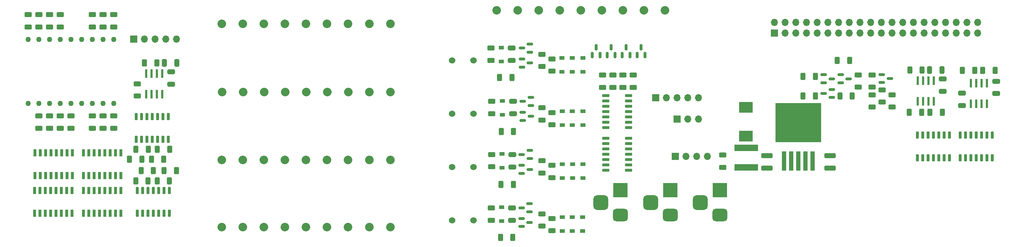
<source format=gts>
G04 #@! TF.GenerationSoftware,KiCad,Pcbnew,(6.0.6)*
G04 #@! TF.CreationDate,2023-06-19T03:07:34+09:30*
G04 #@! TF.ProjectId,RPi Arcade Hat V0-3,52506920-4172-4636-9164-652048617420,rev?*
G04 #@! TF.SameCoordinates,Original*
G04 #@! TF.FileFunction,Soldermask,Top*
G04 #@! TF.FilePolarity,Negative*
%FSLAX46Y46*%
G04 Gerber Fmt 4.6, Leading zero omitted, Abs format (unit mm)*
G04 Created by KiCad (PCBNEW (6.0.6)) date 2023-06-19 03:07:34*
%MOMM*%
%LPD*%
G01*
G04 APERTURE LIST*
G04 Aperture macros list*
%AMRoundRect*
0 Rectangle with rounded corners*
0 $1 Rounding radius*
0 $2 $3 $4 $5 $6 $7 $8 $9 X,Y pos of 4 corners*
0 Add a 4 corners polygon primitive as box body*
4,1,4,$2,$3,$4,$5,$6,$7,$8,$9,$2,$3,0*
0 Add four circle primitives for the rounded corners*
1,1,$1+$1,$2,$3*
1,1,$1+$1,$4,$5*
1,1,$1+$1,$6,$7*
1,1,$1+$1,$8,$9*
0 Add four rect primitives between the rounded corners*
20,1,$1+$1,$2,$3,$4,$5,0*
20,1,$1+$1,$4,$5,$6,$7,0*
20,1,$1+$1,$6,$7,$8,$9,0*
20,1,$1+$1,$8,$9,$2,$3,0*%
G04 Aperture macros list end*
%ADD10C,2.032000*%
%ADD11RoundRect,0.250000X0.625000X-0.312500X0.625000X0.312500X-0.625000X0.312500X-0.625000X-0.312500X0*%
%ADD12RoundRect,0.070000X0.750000X-0.275000X0.750000X0.275000X-0.750000X0.275000X-0.750000X-0.275000X0*%
%ADD13RoundRect,0.070000X0.275000X0.750000X-0.275000X0.750000X-0.275000X-0.750000X0.275000X-0.750000X0*%
%ADD14RoundRect,0.070000X-0.275000X-0.750000X0.275000X-0.750000X0.275000X0.750000X-0.275000X0.750000X0*%
%ADD15R,0.600000X2.000000*%
%ADD16RoundRect,0.070000X-0.300000X-0.775000X0.300000X-0.775000X0.300000X0.775000X-0.300000X0.775000X0*%
%ADD17R,1.100000X4.600000*%
%ADD18R,10.800000X9.400000*%
%ADD19RoundRect,0.250000X-0.625000X0.312500X-0.625000X-0.312500X0.625000X-0.312500X0.625000X0.312500X0*%
%ADD20RoundRect,0.250000X-0.312500X-0.625000X0.312500X-0.625000X0.312500X0.625000X-0.312500X0.625000X0*%
%ADD21RoundRect,0.250000X0.312500X0.625000X-0.312500X0.625000X-0.312500X-0.625000X0.312500X-0.625000X0*%
%ADD22RoundRect,0.150000X-0.587500X-0.150000X0.587500X-0.150000X0.587500X0.150000X-0.587500X0.150000X0*%
%ADD23RoundRect,0.150000X0.587500X0.150000X-0.587500X0.150000X-0.587500X-0.150000X0.587500X-0.150000X0*%
%ADD24RoundRect,0.150000X0.150000X-0.587500X0.150000X0.587500X-0.150000X0.587500X-0.150000X-0.587500X0*%
%ADD25R,5.700000X1.600000*%
%ADD26O,1.700000X1.700000*%
%ADD27R,1.700000X1.700000*%
%ADD28C,1.270000*%
%ADD29C,1.524000*%
%ADD30RoundRect,0.875000X0.875000X-0.875000X0.875000X0.875000X-0.875000X0.875000X-0.875000X-0.875000X0*%
%ADD31RoundRect,0.750000X1.000000X-0.750000X1.000000X0.750000X-1.000000X0.750000X-1.000000X-0.750000X0*%
%ADD32R,3.500000X3.500000*%
%ADD33R,1.200000X0.900000*%
%ADD34R,3.300000X2.500000*%
%ADD35RoundRect,0.250000X-0.650000X0.325000X-0.650000X-0.325000X0.650000X-0.325000X0.650000X0.325000X0*%
%ADD36RoundRect,0.250000X-0.325000X-0.650000X0.325000X-0.650000X0.325000X0.650000X-0.325000X0.650000X0*%
%ADD37RoundRect,0.250000X1.100000X-0.325000X1.100000X0.325000X-1.100000X0.325000X-1.100000X-0.325000X0*%
G04 APERTURE END LIST*
D10*
X91186000Y-94488000D03*
X96186000Y-94488000D03*
X101186001Y-94488000D03*
X106186001Y-94488000D03*
X111186001Y-94488000D03*
X116186001Y-94488000D03*
X121186001Y-94488000D03*
X126186001Y-94488000D03*
X131186002Y-94488000D03*
D11*
X210058000Y-109535500D03*
X210058000Y-112460500D03*
D12*
X182356800Y-102971600D03*
X182356800Y-101701600D03*
X182356800Y-100431600D03*
X182356800Y-99161600D03*
X182356800Y-97891600D03*
X182356800Y-96621600D03*
X182356800Y-95351600D03*
X187756800Y-95351600D03*
X187756800Y-96621600D03*
X187756800Y-97891600D03*
X187756800Y-99161600D03*
X187756800Y-100431600D03*
X187756800Y-101701600D03*
X187756800Y-102971600D03*
D13*
X78720800Y-123370050D03*
X77450800Y-123370050D03*
X76180800Y-123370050D03*
X74910800Y-123370050D03*
X73640800Y-123370050D03*
X72370800Y-123370050D03*
X71100800Y-123370050D03*
X71100800Y-117970050D03*
X72370800Y-117970050D03*
X73640800Y-117970050D03*
X74910800Y-117970050D03*
X76180800Y-117970050D03*
X77450800Y-117970050D03*
X78720800Y-117970050D03*
D14*
X70806700Y-100342450D03*
X72076700Y-100342450D03*
X73346700Y-100342450D03*
X74616700Y-100342450D03*
X75886700Y-100342450D03*
X77156700Y-100342450D03*
X78426700Y-100342450D03*
X78426700Y-105742450D03*
X77156700Y-105742450D03*
X75886700Y-105742450D03*
X74616700Y-105742450D03*
X73346700Y-105742450D03*
X72076700Y-105742450D03*
X70806700Y-105742450D03*
D13*
X263916200Y-110192800D03*
X262646200Y-110192800D03*
X261376200Y-110192800D03*
X260106200Y-110192800D03*
X258836200Y-110192800D03*
X257566200Y-110192800D03*
X256296200Y-110192800D03*
X256296200Y-104792800D03*
X257566200Y-104792800D03*
X258836200Y-104792800D03*
X260106200Y-104792800D03*
X261376200Y-104792800D03*
X262646200Y-104792800D03*
X263916200Y-104792800D03*
D15*
X271569000Y-97295400D03*
X269029000Y-92395400D03*
X270299000Y-92395400D03*
X271569000Y-92395400D03*
X272839000Y-92395400D03*
X272839000Y-97295400D03*
X270299000Y-97295400D03*
X269029000Y-97295400D03*
D12*
X182364400Y-113131600D03*
X182364400Y-111861600D03*
X182364400Y-110591600D03*
X182364400Y-109321600D03*
X182364400Y-108051600D03*
X182364400Y-106781600D03*
X182364400Y-105511600D03*
X187764400Y-105511600D03*
X187764400Y-106781600D03*
X187764400Y-108051600D03*
X187764400Y-109321600D03*
X187764400Y-110591600D03*
X187764400Y-111861600D03*
X187764400Y-113131600D03*
D15*
X258945200Y-96736600D03*
X256405200Y-91836600D03*
X257675200Y-91836600D03*
X258945200Y-91836600D03*
X260215200Y-91836600D03*
X260215200Y-96736600D03*
X257675200Y-96736600D03*
X256405200Y-96736600D03*
X75715800Y-95029450D03*
X73175800Y-90129450D03*
X74445800Y-90129450D03*
X75715800Y-90129450D03*
X76985800Y-90129450D03*
X76985800Y-95029450D03*
X74445800Y-95029450D03*
X73175800Y-95029450D03*
D16*
X58273800Y-108978450D03*
X59543800Y-108978450D03*
X60813800Y-108978450D03*
X62083800Y-108978450D03*
X63353800Y-108978450D03*
X64623800Y-108978450D03*
X65893800Y-108978450D03*
X67163800Y-108978450D03*
X67163800Y-114378450D03*
X65893800Y-114378450D03*
X64623800Y-114378450D03*
X63353800Y-114378450D03*
X62083800Y-114378450D03*
X60813800Y-114378450D03*
X59543800Y-114378450D03*
X58273800Y-114378450D03*
X46742200Y-108978450D03*
X48012200Y-108978450D03*
X49282200Y-108978450D03*
X50552200Y-108978450D03*
X51822200Y-108978450D03*
X53092200Y-108978450D03*
X54362200Y-108978450D03*
X55632200Y-108978450D03*
X55632200Y-114378450D03*
X54362200Y-114378450D03*
X53092200Y-114378450D03*
X51822200Y-114378450D03*
X50552200Y-114378450D03*
X49282200Y-114378450D03*
X48012200Y-114378450D03*
X46742200Y-114378450D03*
X58273800Y-117970050D03*
X59543800Y-117970050D03*
X60813800Y-117970050D03*
X62083800Y-117970050D03*
X63353800Y-117970050D03*
X64623800Y-117970050D03*
X65893800Y-117970050D03*
X67163800Y-117970050D03*
X67163800Y-123370050D03*
X65893800Y-123370050D03*
X64623800Y-123370050D03*
X63353800Y-123370050D03*
X62083800Y-123370050D03*
X60813800Y-123370050D03*
X59543800Y-123370050D03*
X58273800Y-123370050D03*
X46691400Y-117970050D03*
X47961400Y-117970050D03*
X49231400Y-117970050D03*
X50501400Y-117970050D03*
X51771400Y-117970050D03*
X53041400Y-117970050D03*
X54311400Y-117970050D03*
X55581400Y-117970050D03*
X55581400Y-123370050D03*
X54311400Y-123370050D03*
X53041400Y-123370050D03*
X51771400Y-123370050D03*
X50501400Y-123370050D03*
X49231400Y-123370050D03*
X47961400Y-123370050D03*
X46691400Y-123370050D03*
D17*
X231460200Y-110915800D03*
X229760200Y-110915800D03*
X228060200Y-110915800D03*
D18*
X228060200Y-101765800D03*
D17*
X226360200Y-110915800D03*
X224660200Y-110915800D03*
D14*
X266496800Y-104792800D03*
X267766800Y-104792800D03*
X269036800Y-104792800D03*
X270306800Y-104792800D03*
X271576800Y-104792800D03*
X272846800Y-104792800D03*
X274116800Y-104792800D03*
X274116800Y-110192800D03*
X272846800Y-110192800D03*
X271576800Y-110192800D03*
X270306800Y-110192800D03*
X269036800Y-110192800D03*
X267766800Y-110192800D03*
X266496800Y-110192800D03*
D19*
X167182800Y-126456100D03*
X167182800Y-123531100D03*
X167132000Y-113806900D03*
X167132000Y-110881900D03*
D20*
X240855200Y-95468400D03*
X237930200Y-95468400D03*
X232066800Y-95417600D03*
X229141800Y-95417600D03*
X232066800Y-90794800D03*
X229141800Y-90794800D03*
D11*
X242237500Y-90449900D03*
X242237500Y-93374900D03*
D21*
X237269800Y-86984800D03*
X240194800Y-86984800D03*
D11*
X250300800Y-95159100D03*
X250300800Y-98084100D03*
X247964000Y-93990700D03*
X247964000Y-96915700D03*
D20*
X269958100Y-89359000D03*
X267033100Y-89359000D03*
X274784100Y-89359000D03*
X271859100Y-89359000D03*
X262211100Y-99315800D03*
X259286100Y-99315800D03*
X257435900Y-89308200D03*
X254510900Y-89308200D03*
D19*
X167132000Y-98272800D03*
X167132000Y-101197800D03*
X167182800Y-88447000D03*
X167182800Y-85522000D03*
X169570400Y-127573700D03*
X169570400Y-124648700D03*
X169519600Y-114924500D03*
X169519600Y-111999500D03*
X169519600Y-102315400D03*
X169519600Y-99390400D03*
X169519600Y-89564600D03*
X169519600Y-86639600D03*
X188874400Y-93410500D03*
X188874400Y-90485500D03*
X186385200Y-93410500D03*
X186385200Y-90485500D03*
X183997600Y-90485500D03*
X183997600Y-93410500D03*
X181559200Y-93410500D03*
X181559200Y-90485500D03*
D21*
X254409300Y-99315800D03*
X257334300Y-99315800D03*
X71975100Y-113253250D03*
X74900100Y-113253250D03*
D20*
X77357700Y-110560850D03*
X74432700Y-110560850D03*
D21*
X77461500Y-113253250D03*
X80386500Y-113253250D03*
D20*
X72176100Y-110490000D03*
X69251100Y-110490000D03*
X78710100Y-115691650D03*
X75785100Y-115691650D03*
X75730500Y-87550250D03*
X72805500Y-87550250D03*
D11*
X71067600Y-92539350D03*
X71067600Y-95464350D03*
D19*
X50222000Y-103133350D03*
X50222000Y-100208350D03*
D11*
X60432800Y-76078350D03*
X60432800Y-79003350D03*
D19*
X55302000Y-103133350D03*
X55302000Y-100208350D03*
X52762000Y-103133350D03*
X52762000Y-100208350D03*
X47682000Y-103133350D03*
X47682000Y-100208350D03*
D11*
X65462000Y-76078350D03*
X65462000Y-79003350D03*
X62922000Y-76078350D03*
X62922000Y-79003350D03*
X47682000Y-76078350D03*
X47682000Y-79003350D03*
X45142000Y-76078350D03*
X45142000Y-79003350D03*
D19*
X65462000Y-103133350D03*
X65462000Y-100208350D03*
X62922000Y-103133350D03*
X62922000Y-100208350D03*
X60382000Y-103133350D03*
X60382000Y-100208350D03*
D11*
X52762000Y-76078350D03*
X52762000Y-79003350D03*
X50222000Y-76078350D03*
X50222000Y-79003350D03*
X155041600Y-84059500D03*
X155041600Y-86984500D03*
X155244800Y-96759500D03*
X155244800Y-99684500D03*
X155194000Y-109408700D03*
X155194000Y-112333700D03*
X155143200Y-122159500D03*
X155143200Y-125084500D03*
X245576400Y-95159100D03*
X245576400Y-98084100D03*
D19*
X245576400Y-93359700D03*
X245576400Y-90434700D03*
D20*
X160263300Y-129159200D03*
X157338300Y-129159200D03*
X160364900Y-116560800D03*
X157439900Y-116560800D03*
X160415700Y-103911600D03*
X157490700Y-103911600D03*
X160060100Y-91059200D03*
X157135100Y-91059200D03*
D21*
X70766600Y-108173250D03*
X73691600Y-108173250D03*
D20*
X73630100Y-115691650D03*
X70705100Y-115691650D03*
D21*
X75846600Y-108173250D03*
X78771600Y-108173250D03*
D22*
X249765100Y-91287600D03*
X247890100Y-92237600D03*
X247890100Y-90337600D03*
X164310300Y-87604800D03*
X162435300Y-88554800D03*
X162435300Y-86654800D03*
D23*
X162435300Y-84048800D03*
X164310300Y-83098800D03*
X164310300Y-84998800D03*
D22*
X164513500Y-100304800D03*
X162638500Y-101254800D03*
X162638500Y-99354800D03*
D23*
X162638500Y-96748800D03*
X164513500Y-95798800D03*
X164513500Y-97698800D03*
D22*
X164259500Y-112954000D03*
X162384500Y-113904000D03*
X162384500Y-112004000D03*
D23*
X162384500Y-109398000D03*
X164259500Y-108448000D03*
X164259500Y-110348000D03*
D22*
X164208700Y-125603200D03*
X162333700Y-126553200D03*
X162333700Y-124653200D03*
D23*
X162333700Y-122098000D03*
X164208700Y-121148000D03*
X164208700Y-123048000D03*
D24*
X180035200Y-83847700D03*
X180985200Y-85722700D03*
X179085200Y-85722700D03*
X183591200Y-83847700D03*
X184541200Y-85722700D03*
X182641200Y-85722700D03*
X187147200Y-83847700D03*
X188097200Y-85722700D03*
X186197200Y-85722700D03*
X190703200Y-83847700D03*
X191653200Y-85722700D03*
X189753200Y-85722700D03*
D23*
X234086400Y-94858800D03*
X235961400Y-93908800D03*
X235961400Y-95808800D03*
D22*
X235961400Y-91353600D03*
X234086400Y-92303600D03*
X234086400Y-90403600D03*
X239974600Y-91353600D03*
X238099600Y-92303600D03*
X238099600Y-90403600D03*
D25*
X215646000Y-112484400D03*
X215646000Y-107784400D03*
D26*
X204322600Y-95859600D03*
X201782600Y-95859600D03*
X199242600Y-95859600D03*
X196702600Y-95859600D03*
D27*
X194162600Y-95859600D03*
D28*
X45142000Y-82011250D03*
X47682000Y-82011250D03*
X50222000Y-82011250D03*
X52762000Y-82011250D03*
X55302000Y-82011250D03*
X57842000Y-82011250D03*
X60382000Y-82011250D03*
X62922000Y-82011250D03*
X65462000Y-82011250D03*
X45142000Y-97251250D03*
X47682000Y-97251250D03*
X50222000Y-97251250D03*
X52762000Y-97251250D03*
X55302000Y-97251250D03*
X57842000Y-97251250D03*
X60382000Y-97251250D03*
X62922000Y-97251250D03*
X65462000Y-97251250D03*
D26*
X80402200Y-81909650D03*
X77862200Y-81909650D03*
X75322200Y-81909650D03*
X72782200Y-81909650D03*
D27*
X70242200Y-81909650D03*
D29*
X150952200Y-86996099D03*
X145872200Y-86996099D03*
X150901400Y-99696099D03*
X145821400Y-99696099D03*
X150901400Y-112345299D03*
X145821400Y-112345299D03*
X150901400Y-125096099D03*
X145821400Y-125096099D03*
D30*
X192955100Y-120850400D03*
D31*
X197655100Y-123850400D03*
D32*
X197655100Y-117850400D03*
D30*
X181118700Y-120850400D03*
D31*
X185818700Y-123850400D03*
D32*
X185818700Y-117850400D03*
D27*
X198841200Y-109880400D03*
D26*
X201381200Y-109880400D03*
X203921200Y-109880400D03*
X206461200Y-109880400D03*
D27*
X199288400Y-100939600D03*
D26*
X201828400Y-100939600D03*
X204368400Y-100939600D03*
D32*
X209440700Y-117850400D03*
D31*
X209440700Y-123850400D03*
D30*
X204740700Y-120850400D03*
D10*
X131150401Y-78257200D03*
X126150400Y-78257200D03*
X121150400Y-78257200D03*
X116150400Y-78257200D03*
X111150400Y-78257200D03*
X106150400Y-78257200D03*
X101150400Y-78257200D03*
X96150399Y-78257200D03*
X91150399Y-78257200D03*
X196377601Y-75006000D03*
X191377600Y-75006000D03*
X186377600Y-75006000D03*
X181377600Y-75006000D03*
X176377600Y-75006000D03*
X171377600Y-75006000D03*
X166377600Y-75006000D03*
X161377599Y-75006000D03*
X156377599Y-75006000D03*
X91150399Y-110693200D03*
X96150399Y-110693200D03*
X101150400Y-110693200D03*
X106150400Y-110693200D03*
X111150400Y-110693200D03*
X116150400Y-110693200D03*
X121150400Y-110693200D03*
X126150400Y-110693200D03*
X131150401Y-110693200D03*
X131150401Y-126720400D03*
X126150400Y-126720400D03*
X121150400Y-126720400D03*
X116150400Y-126720400D03*
X111150400Y-126720400D03*
X106150400Y-126720400D03*
X101150400Y-126720400D03*
X96150399Y-126720400D03*
X91150399Y-126720400D03*
D33*
X176834800Y-124359600D03*
X176834800Y-127659600D03*
X174396400Y-124359600D03*
X174396400Y-127659600D03*
X171958000Y-124359600D03*
X171958000Y-127659600D03*
X176885600Y-111710400D03*
X176885600Y-115010400D03*
X174447200Y-111710400D03*
X174447200Y-115010400D03*
X171958000Y-111710400D03*
X171958000Y-115010400D03*
X176885600Y-99101300D03*
X176885600Y-102401300D03*
X174396400Y-99101300D03*
X174396400Y-102401300D03*
X171958000Y-99101300D03*
X171958000Y-102401300D03*
X176936400Y-86401300D03*
X176936400Y-89701300D03*
X174396400Y-86401300D03*
X174396400Y-89701300D03*
X171907200Y-86401300D03*
X171907200Y-89701300D03*
D34*
X215595200Y-98200000D03*
X215595200Y-105000000D03*
D33*
X157480000Y-87222800D03*
X157480000Y-83922800D03*
X157784800Y-99922800D03*
X157784800Y-96622800D03*
X157683200Y-112521200D03*
X157683200Y-109221200D03*
X157581600Y-125272000D03*
X157581600Y-121972000D03*
D35*
X274998000Y-94898000D03*
X274998000Y-91948000D03*
X266870000Y-97742800D03*
X266870000Y-94792800D03*
X262374200Y-94339200D03*
X262374200Y-91389200D03*
D36*
X262172800Y-89308200D03*
X259222800Y-89308200D03*
D35*
X79144800Y-92682850D03*
X79144800Y-89732850D03*
D36*
X80467400Y-87550250D03*
X77517400Y-87550250D03*
D35*
X159969200Y-86997000D03*
X159969200Y-84047000D03*
X160274000Y-99697000D03*
X160274000Y-96747000D03*
X160121600Y-112346200D03*
X160121600Y-109396200D03*
X160070800Y-125046200D03*
X160070800Y-122096200D03*
D37*
X220624400Y-109675400D03*
X220624400Y-112625400D03*
X235610400Y-109675400D03*
X235610400Y-112625400D03*
D26*
X270642000Y-77906800D03*
X270642000Y-80446800D03*
X268102000Y-77906800D03*
X268102000Y-80446800D03*
X265562000Y-77906800D03*
X265562000Y-80446800D03*
X263022000Y-77906800D03*
X263022000Y-80446800D03*
X260482000Y-77906800D03*
X260482000Y-80446800D03*
X257942000Y-77906800D03*
X257942000Y-80446800D03*
X255402000Y-77906800D03*
X255402000Y-80446800D03*
X252862000Y-77906800D03*
X252862000Y-80446800D03*
X250322000Y-77906800D03*
X250322000Y-80446800D03*
X247782000Y-77906800D03*
X247782000Y-80446800D03*
X245242000Y-77906800D03*
X245242000Y-80446800D03*
X242702000Y-77906800D03*
X242702000Y-80446800D03*
X240162000Y-77906800D03*
X240162000Y-80446800D03*
X237622000Y-77906800D03*
X237622000Y-80446800D03*
X235082000Y-77906800D03*
X235082000Y-80446800D03*
X232542000Y-77906800D03*
X232542000Y-80446800D03*
X230002000Y-77906800D03*
X230002000Y-80446800D03*
X227462000Y-77906800D03*
X227462000Y-80446800D03*
X224922000Y-77906800D03*
X224922000Y-80446800D03*
X222382000Y-77906800D03*
D27*
X222382000Y-80446800D03*
M02*

</source>
